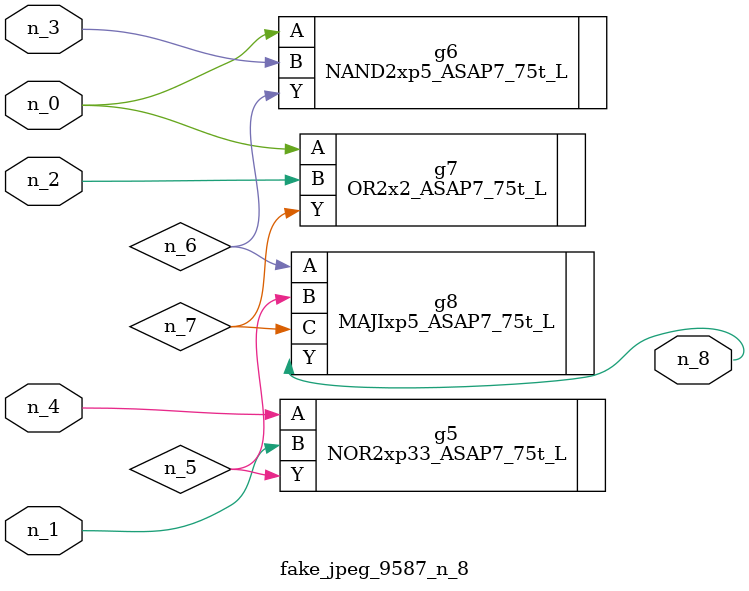
<source format=v>
module fake_jpeg_9587_n_8 (n_3, n_2, n_1, n_0, n_4, n_8);

input n_3;
input n_2;
input n_1;
input n_0;
input n_4;

output n_8;

wire n_6;
wire n_5;
wire n_7;

NOR2xp33_ASAP7_75t_L g5 ( 
.A(n_4),
.B(n_1),
.Y(n_5)
);

NAND2xp5_ASAP7_75t_L g6 ( 
.A(n_0),
.B(n_3),
.Y(n_6)
);

OR2x2_ASAP7_75t_L g7 ( 
.A(n_0),
.B(n_2),
.Y(n_7)
);

MAJIxp5_ASAP7_75t_L g8 ( 
.A(n_6),
.B(n_5),
.C(n_7),
.Y(n_8)
);


endmodule
</source>
